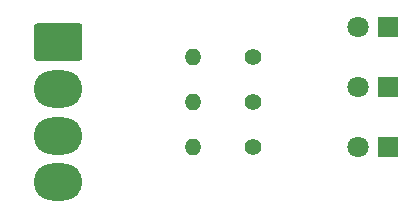
<source format=gbr>
%TF.GenerationSoftware,KiCad,Pcbnew,(5.1.9)-1*%
%TF.CreationDate,2021-01-20T17:57:45+09:00*%
%TF.ProjectId,test3_uno,74657374-335f-4756-9e6f-2e6b69636164,rev?*%
%TF.SameCoordinates,Original*%
%TF.FileFunction,Soldermask,Bot*%
%TF.FilePolarity,Negative*%
%FSLAX46Y46*%
G04 Gerber Fmt 4.6, Leading zero omitted, Abs format (unit mm)*
G04 Created by KiCad (PCBNEW (5.1.9)-1) date 2021-01-20 17:57:45*
%MOMM*%
%LPD*%
G01*
G04 APERTURE LIST*
%ADD10O,1.400000X1.400000*%
%ADD11C,1.400000*%
%ADD12O,4.100000X3.160000*%
%ADD13C,1.800000*%
%ADD14R,1.800000X1.800000*%
G04 APERTURE END LIST*
D10*
%TO.C,R3*%
X125730000Y-99060000D03*
D11*
X130810000Y-99060000D03*
%TD*%
D10*
%TO.C,R2*%
X125730000Y-95250000D03*
D11*
X130810000Y-95250000D03*
%TD*%
D10*
%TO.C,R1*%
X125730000Y-91440000D03*
D11*
X130810000Y-91440000D03*
%TD*%
D12*
%TO.C,J1*%
X114300000Y-102050000D03*
X114300000Y-98090000D03*
X114300000Y-94130000D03*
G36*
G01*
X112500000Y-88590000D02*
X116100000Y-88590000D01*
G75*
G02*
X116350000Y-88840000I0J-250000D01*
G01*
X116350000Y-91500000D01*
G75*
G02*
X116100000Y-91750000I-250000J0D01*
G01*
X112500000Y-91750000D01*
G75*
G02*
X112250000Y-91500000I0J250000D01*
G01*
X112250000Y-88840000D01*
G75*
G02*
X112500000Y-88590000I250000J0D01*
G01*
G37*
%TD*%
D13*
%TO.C,D3*%
X139700000Y-99060000D03*
D14*
X142240000Y-99060000D03*
%TD*%
D13*
%TO.C,D2*%
X139700000Y-93980000D03*
D14*
X142240000Y-93980000D03*
%TD*%
D13*
%TO.C,D1*%
X139700000Y-88900000D03*
D14*
X142240000Y-88900000D03*
%TD*%
M02*

</source>
